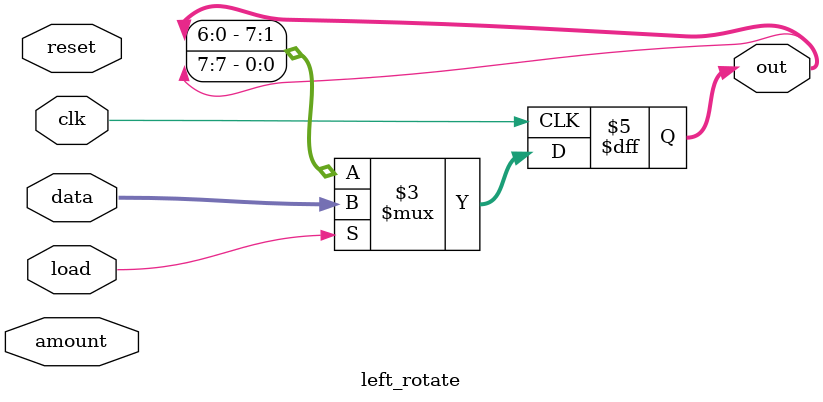
<source format=v>
module left_rotate(clk,reset,amount,data,load,out);
input clk,reset;
input [2:0] amount;
input [7:0] data;
input load;
output reg [7:0] out;
// when load is high, load data to out
// otherwise rotate the out register followed by left shift the out register by amount bits
always @(posedge clk) begin
	if (load) begin
	out <= data;
	end
	else begin
	//$display($time,"R: %d",out);
	//$display($time,"L: %d",out);
	out <= {out[6:0],out[7]};
	//$display($time,"O: %d",out);
	end
end
endmodule

</source>
